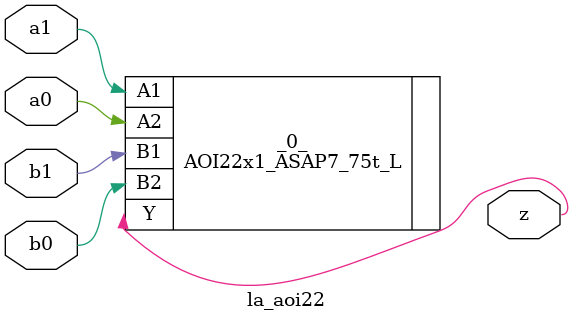
<source format=v>

/* Generated by Yosys 0.44 (git sha1 80ba43d26, g++ 11.4.0-1ubuntu1~22.04 -fPIC -O3) */

(* top =  1  *)
(* src = "inputs/la_aoi22.v:10.1-22.10" *)
module la_aoi22 (
    a0,
    a1,
    b0,
    b1,
    z
);
  (* src = "inputs/la_aoi22.v:13.12-13.14" *)
  input a0;
  wire a0;
  (* src = "inputs/la_aoi22.v:14.12-14.14" *)
  input a1;
  wire a1;
  (* src = "inputs/la_aoi22.v:15.12-15.14" *)
  input b0;
  wire b0;
  (* src = "inputs/la_aoi22.v:16.12-16.14" *)
  input b1;
  wire b1;
  (* src = "inputs/la_aoi22.v:17.12-17.13" *)
  output z;
  wire z;
  AOI22x1_ASAP7_75t_L _0_ (
      .A1(a1),
      .A2(a0),
      .B1(b1),
      .B2(b0),
      .Y (z)
  );
endmodule

</source>
